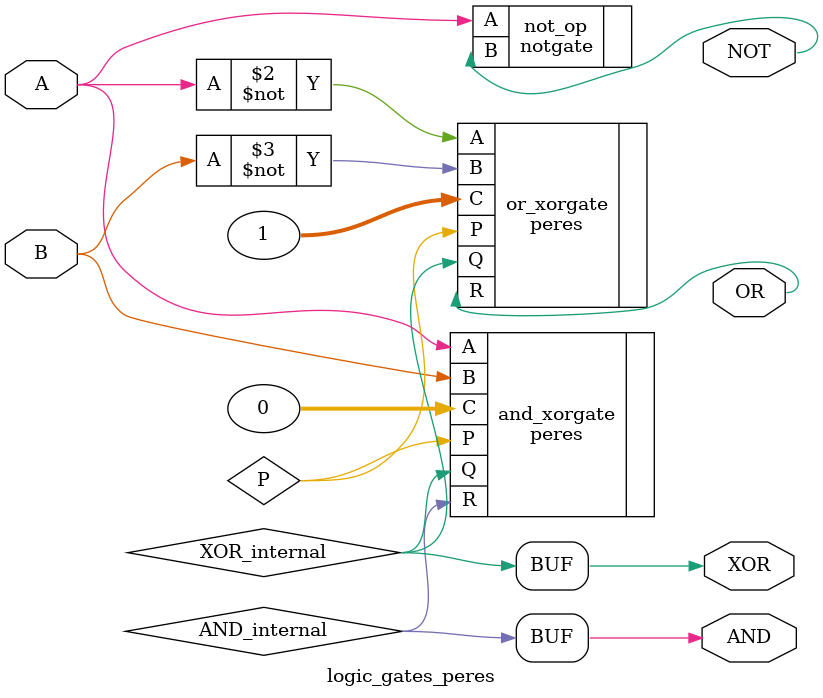
<source format=v>
`timescale 1ns / 1ps

module logic_gates_peres(
    input A,
    input B,
    output AND,
    output OR,
    output XOR,
    output NOT
);
    wire P;
    wire XOR_internal;
    wire AND_internal;
    
    peres and_xorgate(.A(A), .B(B), .C(0), .P(P), .Q(XOR_internal), .R(AND_internal));
    peres or_xorgate(.A(~A), .B(~B), .C(1), .P(P), .Q(XOR_internal), .R(OR));
    notgate not_op(.A(A), .B(NOT));
    
    assign AND = AND_internal;
    assign XOR = XOR_internal;
endmodule
</source>
